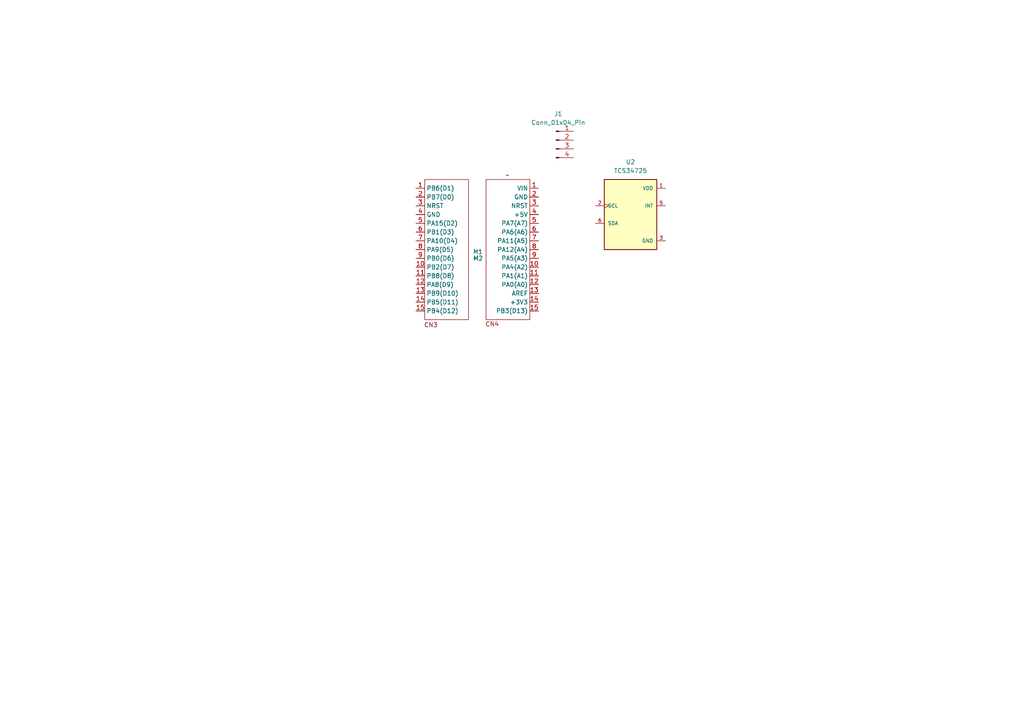
<source format=kicad_sch>
(kicad_sch (version 20250114) (generator "eeschema") (generator_version "9.0")
  (paper "A4")
  (lib_symbols
    (symbol "Connector:Conn_01x04_Pin" (pin_names (offset 1.016) (hide yes))
      (property "Reference" "J" (at 0 5.08 0))
      (property "Value" "Conn_01x04_Pin" (at 0 -7.62 0))
      (symbol "Conn_01x04_Pin_1_1"
        (rectangle (start 0.8636 2.667) (end 0 2.413) (stroke (width 0.1524)) (fill (type outline)))
        (rectangle (start 0.8636 0.127) (end 0 -0.127) (stroke (width 0.1524)) (fill (type outline)))
        (rectangle (start 0.8636 -2.413) (end 0 -2.667) (stroke (width 0.1524)) (fill (type outline)))
        (rectangle (start 0.8636 -4.953) (end 0 -5.207) (stroke (width 0.1524)) (fill (type outline)))
        (polyline (pts (xy 1.27 2.54) (xy 0.8636 2.54)) (stroke (width 0.1524)))
        (polyline (pts (xy 1.27 0) (xy 0.8636 0)) (stroke (width 0.1524)))
        (polyline (pts (xy 1.27 -2.54) (xy 0.8636 -2.54)) (stroke (width 0.1524)))
        (polyline (pts (xy 1.27 -5.08) (xy 0.8636 -5.08)) (stroke (width 0.1524)))
        (pin passive line (at 5.08 2.54 180) (length 3.81) (name "Pin_1") (number "1"))
        (pin passive line (at 5.08 0 180) (length 3.81) (name "Pin_2") (number "2"))
        (pin passive line (at 5.08 -2.54 180) (length 3.81) (name "Pin_3") (number "3"))
        (pin passive line (at 5.08 -5.08 180) (length 3.81) (name "Pin_4") (number "4"))
      )
    )
    (symbol "TCS34725FN:TCS34725FN" (pin_names (offset 1.016))
      (property "Reference" "U" (at -7.6343 10.179 0))
      (property "Value" "TCS34725FN" (at -7.6296 -10.1727 0))
      (symbol "TCS34725FN_0_0"
        (rectangle (start -7.62 -10.16) (end 7.62 10.16) (stroke (width 0.254)) (fill (type background)))
        (pin input clock (at -10.16 2.54 0) (length 2.54) (name "SCL") (number "2"))
        (pin bidirectional line (at -10.16 -2.54 0) (length 2.54) (name "SDA") (number "6"))
        (pin power_in line (at 10.16 7.62 180) (length 2.54) (name "VDD") (number "1"))
        (pin output line (at 10.16 2.54 180) (length 2.54) (name "INT") (number "5"))
        (pin power_in line (at 10.16 -7.62 180) (length 2.54) (name "GND") (number "3"))
      )
    )
    (symbol "_custom:NUCLEO-G031K8_CN4"
      (property "Reference" "M" (at -5.588 21.336 0))
      (symbol "NUCLEO-G031K8_CN4_0_1"
        (rectangle (start -6.35 20.32) (end 6.35 -20.32))
      )
      (symbol "NUCLEO-G031K8_CN4_1_1"
        (text "CN4" (at -4.572 -21.59 0) (effects (font (size 1.27 1.27))))
        (pin power_in line (at 8.89 17.78 180) (length 2.54) (name "VIN") (number "1"))
        (pin power_in line (at 8.89 15.24 180) (length 2.54) (name "GND") (number "2"))
        (pin bidirectional line (at 8.89 12.7 180) (length 2.54) (name "NRST") (number "3"))
        (pin power_out line (at 8.89 10.16 180) (length 2.54) (name "+5V") (number "4"))
        (pin passive line (at 8.89 7.62 180) (length 2.54) (name "PA7(A7)") (number "5"))
        (pin passive line (at 8.89 5.08 180) (length 2.54) (name "PA6(A6)") (number "6"))
        (pin passive line (at 8.89 2.54 180) (length 2.54) (name "PA11(A5)") (number "7"))
        (pin passive line (at 8.89 0 180) (length 2.54) (name "PA12(A4)") (number "8"))
        (pin passive line (at 8.89 -2.54 180) (length 2.54) (name "PA5(A3)") (number "9"))
        (pin passive line (at 8.89 -5.08 180) (length 2.54) (name "PA4(A2)") (number "10"))
        (pin passive line (at 8.89 -7.62 180) (length 2.54) (name "PA1(A1)") (number "11"))
        (pin passive line (at 8.89 -10.16 180) (length 2.54) (name "PA0(A0)") (number "12"))
        (pin passive line (at 8.89 -12.7 180) (length 2.54) (name "AREF") (number "13"))
        (pin power_out line (at 8.89 -15.24 180) (length 2.54) (name "+3V3") (number "14"))
        (pin passive line (at 8.89 -17.78 180) (length 2.54) (name "PB3(D13)") (number "15"))
      )
    )
    (symbol "_custom:NUCLEO_G031K8_CN3"
      (property "Reference" "M" (at -5.842 21.336 0))
      (symbol "NUCLEO_G031K8_CN3_0_1"
        (rectangle (start -6.35 20.32) (end 6.35 -20.32))
      )
      (symbol "NUCLEO_G031K8_CN3_1_1"
        (text "CN3" (at -4.572 -21.844 0) (effects (font (size 1.27 1.27))))
        (pin passive line (at -8.89 17.78 0) (length 2.54) (name "PB6(D1)") (number "1"))
        (pin passive line (at -8.89 15.24 0) (length 2.54) (name "PB7(D0)") (number "2"))
        (pin bidirectional line (at -8.89 12.7 0) (length 2.54) (name "NRST") (number "3"))
        (pin power_in line (at -8.89 10.16 0) (length 2.54) (name "GND") (number "4"))
        (pin passive line (at -8.89 7.62 0) (length 2.54) (name "PA15(D2)") (number "5"))
        (pin passive line (at -8.89 5.08 0) (length 2.54) (name "PB1(D3)") (number "6"))
        (pin passive line (at -8.89 2.54 0) (length 2.54) (name "PA10(D4)") (number "7"))
        (pin passive line (at -8.89 0 0) (length 2.54) (name "PA9(D5)") (number "8"))
        (pin passive line (at -8.89 -2.54 0) (length 2.54) (name "PB0(D6)") (number "9"))
        (pin passive line (at -8.89 -5.08 0) (length 2.54) (name "PB2(D7)") (number "10"))
        (pin passive line (at -8.89 -7.62 0) (length 2.54) (name "PB8(D8)") (number "11"))
        (pin passive line (at -8.89 -10.16 0) (length 2.54) (name "PA8(D9)") (number "12"))
        (pin passive line (at -8.89 -12.7 0) (length 2.54) (name "PB9(D10)") (number "13"))
        (pin passive line (at -8.89 -15.24 0) (length 2.54) (name "PB5(D11)") (number "14"))
        (pin passive line (at -8.89 -17.78 0) (length 2.54) (name "PB4(D12)") (number "15"))
      )
    )
  )
  (symbol (lib_id "Connector:Conn_01x04_Pin") (at 161.29 40.64 0) (unit 1)
    (property "Reference" "J1" (at 161.925 33.02 0))
    (property "Value" "Conn_01x04_Pin" (at 161.925 35.56 0))
    (property "Description" "Generic connector, single row, 01x04, script generated" (effects (hide yes)))
  )
  (symbol (lib_id "_custom:NUCLEO_G031K8_CN3") (at 129.54 72.39 0) (unit 1)
    (property "Reference" "M1" (at 137.16 73.0277 0) (effects (justify left)))
    (property "Value" "~" (at 137.16 74.9328 0) (effects (justify left)))
  )
  (symbol (lib_id "_custom:NUCLEO-G031K8_CN4") (at 147.32 72.39 0) (unit 1)
    (property "Reference" "M2" (at 138.684 74.93 0))
    (property "Value" "~" (at 147.2009 50.8 0))
  )
  (symbol (lib_id "TCS34725FN:TCS34725FN") (at 182.88 62.23 0) (unit 1)
    (property "Reference" "U2" (at 182.88 46.99 0))
    (property "Value" "TCS34725" (at 182.88 49.53 0))
    (property "Footprint" "TCS34725FN:SON65P200X240X70-6N" (effects (hide yes)))
    (property "MF" "ams" (effects (hide yes)))
    (property "Description_1" "Color Sensor 16 b Gain Control, Interrupt, Sleep Mode 6-SMD Module" (effects (hide yes)))
    (property "Package" "SMD-6 ams" (effects (hide yes)))
    (property "Price" "None" (effects (hide yes)))
    (property "Check_prices" "https://www.snapeda.com/parts/TCS34725FN/ams/view-part/?ref=eda" (effects (hide yes)))
    (property "STANDARD" "Manufacturer recommendation" (effects (hide yes)))
    (property "PARTREV" "1-02" (effects (hide yes)))
    (property "SnapEDA_Link" "https://www.snapeda.com/parts/TCS34725FN/ams/view-part/?ref=snap" (effects (hide yes)))
    (property "MP" "TCS34725FN" (effects (hide yes)))
    (property "Availability" "In Stock" (effects (hide yes)))
    (property "MANUFACTURER" "AMS Electronics, Inc." (effects (hide yes)))
  )
)
</source>
